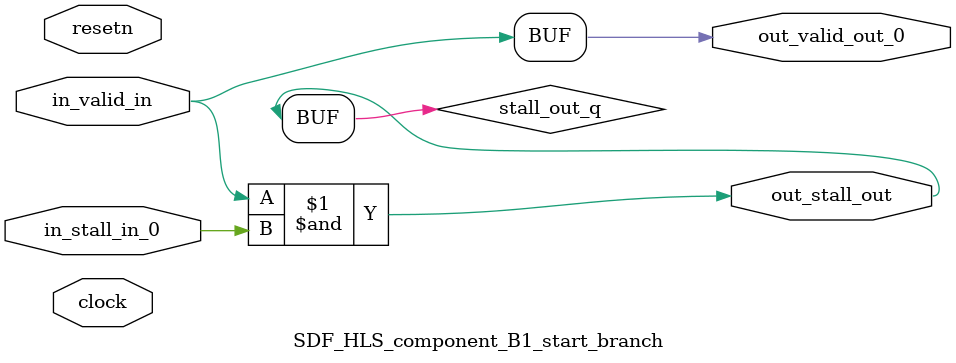
<source format=sv>



(* altera_attribute = "-name AUTO_SHIFT_REGISTER_RECOGNITION OFF; -name MESSAGE_DISABLE 10036; -name MESSAGE_DISABLE 10037; -name MESSAGE_DISABLE 14130; -name MESSAGE_DISABLE 14320; -name MESSAGE_DISABLE 15400; -name MESSAGE_DISABLE 14130; -name MESSAGE_DISABLE 10036; -name MESSAGE_DISABLE 12020; -name MESSAGE_DISABLE 12030; -name MESSAGE_DISABLE 12010; -name MESSAGE_DISABLE 12110; -name MESSAGE_DISABLE 14320; -name MESSAGE_DISABLE 13410; -name MESSAGE_DISABLE 113007; -name MESSAGE_DISABLE 10958" *)
module SDF_HLS_component_B1_start_branch (
    input wire [0:0] in_stall_in_0,
    input wire [0:0] in_valid_in,
    output wire [0:0] out_stall_out,
    output wire [0:0] out_valid_out_0,
    input wire clock,
    input wire resetn
    );

    wire [0:0] stall_out_q;


    // stall_out(LOGICAL,6)
    assign stall_out_q = in_valid_in & in_stall_in_0;

    // out_stall_out(GPOUT,4)
    assign out_stall_out = stall_out_q;

    // out_valid_out_0(GPOUT,5)
    assign out_valid_out_0 = in_valid_in;

endmodule

</source>
